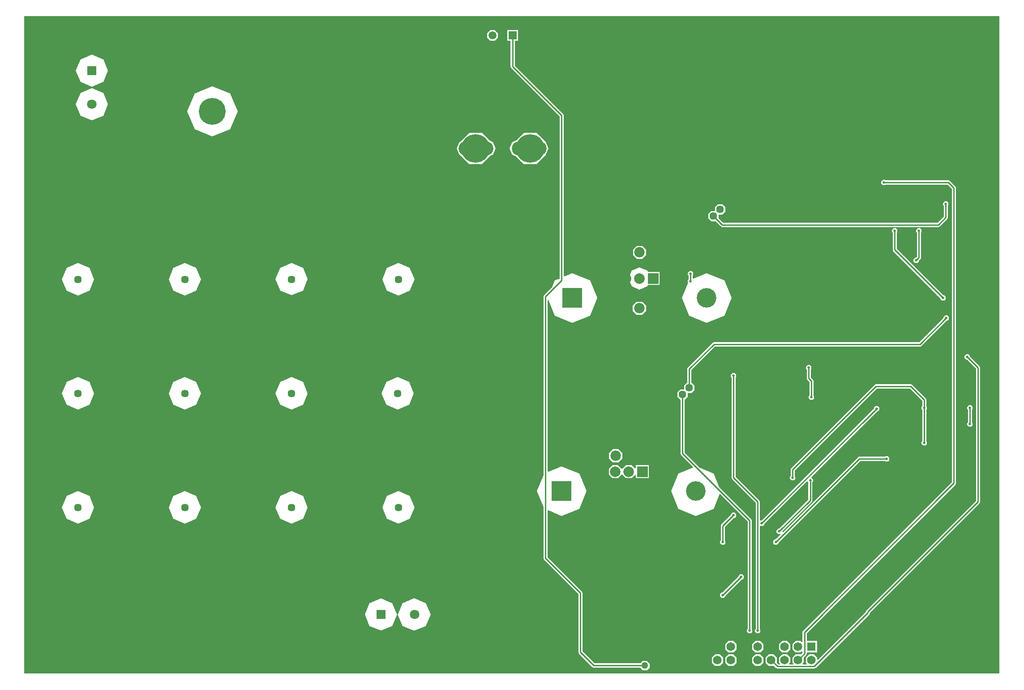
<source format=gbl>
G04*
G04 #@! TF.GenerationSoftware,Altium Limited,Altium Designer,21.5.1 (32)*
G04*
G04 Layer_Physical_Order=2*
G04 Layer_Color=16711680*
%FSLAX43Y43*%
%MOMM*%
G71*
G04*
G04 #@! TF.SameCoordinates,33522A81-C26F-4337-840D-2BD66AE4F990*
G04*
G04*
G04 #@! TF.FilePolarity,Positive*
G04*
G01*
G75*
%ADD15C,0.254*%
%ADD26C,5.400*%
%ADD31R,3.700X3.700*%
%ADD32C,3.700*%
%ADD33R,2.000X2.000*%
%ADD34C,2.000*%
%ADD35C,1.500*%
%ADD36R,1.500X1.500*%
G04:AMPARAMS|DCode=37|XSize=6.6mm|YSize=2.6mm|CornerRadius=1.3mm|HoleSize=0mm|Usage=FLASHONLY|Rotation=180.000|XOffset=0mm|YOffset=0mm|HoleType=Round|Shape=RoundedRectangle|*
%AMROUNDEDRECTD37*
21,1,6.600,0.000,0,0,180.0*
21,1,4.000,2.600,0,0,180.0*
1,1,2.600,-2.000,0.000*
1,1,2.600,2.000,0.000*
1,1,2.600,2.000,0.000*
1,1,2.600,-2.000,0.000*
%
%ADD37ROUNDEDRECTD37*%
%ADD40C,1.450*%
%ADD41R,1.450X1.450*%
%ADD54R,1.800X1.800*%
%ADD55C,1.800*%
%ADD56R,1.800X1.800*%
%ADD57C,1.650*%
%ADD58R,1.650X1.650*%
%ADD59C,4.318*%
%ADD60C,0.508*%
%ADD61C,1.270*%
%ADD62C,1.981*%
%ADD63C,5.080*%
G36*
X209804Y2540D02*
X25400D01*
Y127000D01*
X209804D01*
Y2540D01*
D02*
G37*
%LPC*%
G36*
X114330Y124386D02*
X113498D01*
X112910Y123798D01*
Y122967D01*
X113498Y122378D01*
X114330D01*
X114918Y122967D01*
Y123798D01*
X114330Y124386D01*
D02*
G37*
G36*
X38176Y119726D02*
X36028Y118836D01*
X35138Y116688D01*
X36028Y114539D01*
X38176Y113649D01*
X40325Y114539D01*
X41215Y116688D01*
X40325Y118836D01*
X38176Y119726D01*
D02*
G37*
G36*
Y113391D02*
X36017Y112496D01*
X35123Y110338D01*
X36017Y108179D01*
X38176Y107285D01*
X40335Y108179D01*
X41229Y110338D01*
X40335Y112496D01*
X38176Y113391D01*
D02*
G37*
G36*
X60960Y113725D02*
X57595Y112331D01*
X56201Y108966D01*
X57595Y105601D01*
X60960Y104207D01*
X64325Y105601D01*
X65719Y108966D01*
X64325Y112331D01*
X60960Y113725D01*
D02*
G37*
G36*
X122298Y104937D02*
X119850D01*
X118405Y103491D01*
X117635Y103172D01*
X117142Y101983D01*
X117635Y100793D01*
X118405Y100474D01*
X119850Y99029D01*
X122298D01*
X124028Y100759D01*
Y100828D01*
X124506Y101983D01*
X124028Y103137D01*
Y103206D01*
X122298Y104937D01*
D02*
G37*
G36*
X111948D02*
X109501D01*
X107808Y103244D01*
X107635Y103172D01*
X107142Y101983D01*
X107635Y100793D01*
X107808Y100721D01*
X109501Y99029D01*
X111948D01*
X113500Y100581D01*
X114013Y100793D01*
X114506Y101983D01*
X114013Y103172D01*
X113500Y103384D01*
X111948Y104937D01*
D02*
G37*
G36*
X199854Y91948D02*
X199434D01*
X199136Y91650D01*
Y91230D01*
X199232Y91134D01*
Y89071D01*
X198076Y87915D01*
X157524D01*
X156681Y88758D01*
Y89445D01*
X157378D01*
X157951Y90018D01*
Y90830D01*
X157378Y91403D01*
X156566D01*
X155993Y90830D01*
Y90133D01*
X155296D01*
X154723Y89560D01*
Y88748D01*
X155296Y88175D01*
X156098D01*
X157061Y87211D01*
X157353Y87091D01*
X198247D01*
X198539Y87211D01*
X199936Y88608D01*
X200056Y88900D01*
Y91134D01*
X200152Y91230D01*
Y91650D01*
X199854Y91948D01*
D02*
G37*
G36*
X142248Y83541D02*
X141216D01*
X140487Y82812D01*
Y81780D01*
X141216Y81051D01*
X142248D01*
X142977Y81780D01*
Y82812D01*
X142248Y83541D01*
D02*
G37*
G36*
X194774Y86868D02*
X194354D01*
X194056Y86570D01*
Y86150D01*
X194152Y86054D01*
Y81451D01*
X193981Y81280D01*
X193846D01*
X193548Y80982D01*
Y80562D01*
X193846Y80264D01*
X194266D01*
X194564Y80562D01*
Y80697D01*
X194856Y80988D01*
X194976Y81280D01*
Y86054D01*
X195072Y86150D01*
Y86570D01*
X194774Y86868D01*
D02*
G37*
G36*
X141732Y79465D02*
X140240Y78847D01*
X139622Y77355D01*
X140240Y75864D01*
X141732Y75246D01*
X143224Y75864D01*
X143322Y76102D01*
X145536D01*
Y78609D01*
X143322D01*
X143224Y78847D01*
X141732Y79465D01*
D02*
G37*
G36*
X75919Y80255D02*
X73760Y79361D01*
X72866Y77202D01*
X73760Y75043D01*
X75919Y74149D01*
X78078Y75043D01*
X78972Y77202D01*
X78078Y79361D01*
X75919Y80255D01*
D02*
G37*
G36*
X96123Y80244D02*
X93964Y79349D01*
X93070Y77191D01*
X93964Y75032D01*
X96123Y74138D01*
X98282Y75032D01*
X99176Y77191D01*
X98282Y79349D01*
X96123Y80244D01*
D02*
G37*
G36*
X55737D02*
X53578Y79349D01*
X52684Y77191D01*
X53578Y75032D01*
X55737Y74138D01*
X57896Y75032D01*
X58790Y77191D01*
X57896Y79349D01*
X55737Y80244D01*
D02*
G37*
G36*
X35544D02*
X33385Y79349D01*
X32491Y77191D01*
X33385Y75032D01*
X35544Y74138D01*
X37703Y75032D01*
X38597Y77191D01*
X37703Y79349D01*
X35544Y80244D01*
D02*
G37*
G36*
X190202Y86868D02*
X189782D01*
X189484Y86570D01*
Y86150D01*
X189580Y86054D01*
Y82804D01*
X189700Y82512D01*
X198628Y73585D01*
Y73450D01*
X198926Y73152D01*
X199346D01*
X199644Y73450D01*
Y73870D01*
X199346Y74168D01*
X199211D01*
X190404Y82975D01*
Y86054D01*
X190500Y86150D01*
Y86570D01*
X190202Y86868D01*
D02*
G37*
G36*
X142222Y72954D02*
X141191D01*
X140462Y72225D01*
Y71194D01*
X141191Y70465D01*
X142222D01*
X142951Y71194D01*
Y72225D01*
X142222Y72954D01*
D02*
G37*
G36*
X151594Y78740D02*
X151174D01*
X150876Y78442D01*
Y78022D01*
X150971Y77926D01*
Y77138D01*
X150876Y77043D01*
Y76622D01*
X150930Y76568D01*
X149725Y73660D01*
X151104Y70332D01*
X154432Y68953D01*
X157760Y70332D01*
X159139Y73660D01*
X157760Y76988D01*
X154432Y78367D01*
X151902Y77319D01*
X151796Y77389D01*
Y77926D01*
X151892Y78022D01*
Y78442D01*
X151594Y78740D01*
D02*
G37*
G36*
X118738Y124386D02*
X116730D01*
Y122378D01*
X117322D01*
Y117470D01*
X117442Y117178D01*
X126588Y108033D01*
Y77354D01*
X125704Y76988D01*
X125181Y75726D01*
X123660Y74206D01*
X123540Y73914D01*
Y40093D01*
X122293Y37084D01*
X123540Y34075D01*
Y24384D01*
X123660Y24092D01*
X130144Y17609D01*
Y6604D01*
X130264Y6312D01*
X132804Y3772D01*
X133096Y3652D01*
X141903D01*
X142380Y3175D01*
X143116D01*
X143637Y3696D01*
Y4432D01*
X143116Y4953D01*
X142380D01*
X141903Y4476D01*
X133267D01*
X130968Y6775D01*
Y17780D01*
X130848Y18072D01*
X124364Y24555D01*
Y33355D01*
X124470Y33425D01*
X127000Y32377D01*
X130328Y33756D01*
X131707Y37084D01*
X130328Y40412D01*
X127000Y41791D01*
X124470Y40743D01*
X124364Y40813D01*
Y73240D01*
X124489Y73264D01*
X125704Y70332D01*
X129032Y68953D01*
X132360Y70332D01*
X133739Y73660D01*
X132360Y76988D01*
X129032Y78367D01*
X127518Y77740D01*
X127412Y77810D01*
Y108204D01*
X127292Y108496D01*
X118146Y117641D01*
Y122378D01*
X118738D01*
Y124386D01*
D02*
G37*
G36*
X173946Y60960D02*
X173526D01*
X173228Y60662D01*
Y60242D01*
X173324Y60146D01*
Y58420D01*
X173444Y58128D01*
X173832Y57741D01*
Y55170D01*
X173736Y55074D01*
Y54654D01*
X174034Y54356D01*
X174454D01*
X174752Y54654D01*
Y55074D01*
X174656Y55170D01*
Y57912D01*
X174536Y58204D01*
X174148Y58591D01*
Y60146D01*
X174244Y60242D01*
Y60662D01*
X173946Y60960D01*
D02*
G37*
G36*
X95996Y58654D02*
X93837Y57759D01*
X92943Y55601D01*
X93837Y53442D01*
X95996Y52548D01*
X98155Y53442D01*
X99049Y55601D01*
X98155Y57759D01*
X95996Y58654D01*
D02*
G37*
G36*
X75930D02*
X73771Y57759D01*
X72877Y55601D01*
X73771Y53442D01*
X75930Y52548D01*
X78089Y53442D01*
X78983Y55601D01*
X78089Y57759D01*
X75930Y58654D01*
D02*
G37*
G36*
X55737D02*
X53578Y57759D01*
X52684Y55601D01*
X53578Y53442D01*
X55737Y52548D01*
X57896Y53442D01*
X58790Y55601D01*
X57896Y57759D01*
X55737Y58654D01*
D02*
G37*
G36*
X35544D02*
X33385Y57759D01*
X32491Y55601D01*
X33385Y53442D01*
X35544Y52548D01*
X37703Y53442D01*
X38597Y55601D01*
X37703Y57759D01*
X35544Y58654D01*
D02*
G37*
G36*
X204426Y53340D02*
X204006D01*
X203708Y53042D01*
Y52622D01*
X203804Y52526D01*
Y50090D01*
X203708Y49994D01*
Y49574D01*
X204006Y49276D01*
X204426D01*
X204724Y49574D01*
Y49994D01*
X204628Y50090D01*
Y52526D01*
X204724Y52622D01*
Y53042D01*
X204426Y53340D01*
D02*
G37*
G36*
X193040Y57308D02*
X186436D01*
X186144Y57188D01*
X170396Y41440D01*
X170276Y41148D01*
Y39930D01*
X170180Y39834D01*
Y39414D01*
X170478Y39116D01*
X170898D01*
X171196Y39414D01*
Y39834D01*
X171100Y39930D01*
Y40977D01*
X186607Y56484D01*
X192869D01*
X195168Y54185D01*
Y53138D01*
X195072Y53042D01*
Y52622D01*
X195168Y52526D01*
Y46534D01*
X195072Y46438D01*
Y46018D01*
X195370Y45720D01*
X195790D01*
X196088Y46018D01*
Y46438D01*
X195992Y46534D01*
Y52526D01*
X196088Y52622D01*
Y53042D01*
X195992Y53138D01*
Y54356D01*
X195872Y54648D01*
X193332Y57188D01*
X193040Y57308D01*
D02*
G37*
G36*
X159722Y59436D02*
X159302D01*
X159004Y59138D01*
Y58718D01*
X159100Y58622D01*
Y39624D01*
X159220Y39332D01*
X163672Y34881D01*
Y10974D01*
X163576Y10878D01*
Y10458D01*
X163874Y10160D01*
X164294D01*
X164592Y10458D01*
Y10878D01*
X164496Y10974D01*
Y30453D01*
X164614Y30502D01*
X164636Y30480D01*
X165056D01*
X165354Y30778D01*
Y30913D01*
X173396Y38955D01*
X173489Y38916D01*
X173585Y38821D01*
Y35484D01*
X168073Y29972D01*
X167938D01*
X167640Y29674D01*
Y29254D01*
X167938Y28956D01*
X168281D01*
X168334Y28829D01*
X167445Y27940D01*
X167303D01*
X167005Y27642D01*
Y27222D01*
X167303Y26924D01*
X167723D01*
X168021Y27222D01*
Y27350D01*
X183439Y42768D01*
X188162D01*
X188258Y42672D01*
X188678D01*
X188976Y42970D01*
Y43390D01*
X188678Y43688D01*
X188258D01*
X188162Y43592D01*
X183268D01*
X182976Y43472D01*
X168858Y29353D01*
X168721Y29396D01*
X168712Y29445D01*
X174289Y35021D01*
X174409Y35313D01*
Y38821D01*
X174505Y38917D01*
Y39337D01*
X174207Y39635D01*
X174169Y39728D01*
X186638Y52197D01*
X186773D01*
X187071Y52495D01*
Y52915D01*
X186773Y53213D01*
X186353D01*
X186055Y52915D01*
Y52780D01*
X164771Y31496D01*
X164636D01*
X164614Y31474D01*
X164496Y31523D01*
Y35052D01*
X164376Y35344D01*
X159924Y39795D01*
Y58622D01*
X160020Y58718D01*
Y59138D01*
X159722Y59436D01*
D02*
G37*
G36*
X137709Y45054D02*
X136678D01*
X135949Y44325D01*
Y43294D01*
X136678Y42565D01*
X137709D01*
X138438Y43294D01*
Y44325D01*
X137709Y45054D01*
D02*
G37*
G36*
X143504Y42034D02*
X140996D01*
Y41437D01*
X140869Y41384D01*
X140219Y42034D01*
X139181D01*
X138506Y41359D01*
X138425Y41311D01*
X138344Y41359D01*
X137669Y42034D01*
X136631D01*
X135896Y41299D01*
Y40260D01*
X136631Y39526D01*
X137669D01*
X138344Y40200D01*
X138425Y40248D01*
X138506Y40200D01*
X139181Y39526D01*
X140219D01*
X140869Y40175D01*
X140996Y40122D01*
Y39526D01*
X143504D01*
Y42034D01*
D02*
G37*
G36*
X96123Y37064D02*
X93964Y36169D01*
X93070Y34011D01*
X93964Y31852D01*
X96123Y30958D01*
X98282Y31852D01*
X99176Y34011D01*
X98282Y36169D01*
X96123Y37064D01*
D02*
G37*
G36*
X75930D02*
X73771Y36169D01*
X72877Y34011D01*
X73771Y31852D01*
X75930Y30958D01*
X78089Y31852D01*
X78983Y34011D01*
X78089Y36169D01*
X75930Y37064D01*
D02*
G37*
G36*
X55737D02*
X53578Y36169D01*
X52684Y34011D01*
X53578Y31852D01*
X55737Y30958D01*
X57896Y31852D01*
X58790Y34011D01*
X57896Y36169D01*
X55737Y37064D01*
D02*
G37*
G36*
X35544D02*
X33385Y36169D01*
X32491Y34011D01*
X33385Y31852D01*
X35544Y30958D01*
X37703Y31852D01*
X38597Y34011D01*
X37703Y36169D01*
X35544Y37064D01*
D02*
G37*
G36*
X159722Y33020D02*
X159302D01*
X159004Y32722D01*
Y32587D01*
X157188Y30772D01*
X157068Y30480D01*
Y27738D01*
X156972Y27642D01*
Y27222D01*
X157270Y26924D01*
X157690D01*
X157988Y27222D01*
Y27642D01*
X157892Y27738D01*
Y30309D01*
X159587Y32004D01*
X159722D01*
X160020Y32302D01*
Y32722D01*
X159722Y33020D01*
D02*
G37*
G36*
X161126Y21336D02*
X160706D01*
X160408Y21038D01*
Y20903D01*
X157405Y17900D01*
X157270D01*
X156972Y17602D01*
Y17182D01*
X157270Y16884D01*
X157690D01*
X157988Y17182D01*
Y17317D01*
X160991Y20320D01*
X161126D01*
X161424Y20618D01*
Y21038D01*
X161126Y21336D01*
D02*
G37*
G36*
X99187Y16769D02*
X99123Y16743D01*
X99060Y16769D01*
X96901Y15875D01*
X96052Y13824D01*
X96007Y13717D01*
X95890D01*
X95845Y13824D01*
X94996Y15875D01*
X92837Y16769D01*
X90678Y15875D01*
X89784Y13716D01*
X90678Y11557D01*
X92837Y10663D01*
X94996Y11557D01*
X95845Y13608D01*
X95890Y13715D01*
X96007D01*
X96052Y13608D01*
X96901Y11557D01*
X99060Y10663D01*
X99123Y10689D01*
X99187Y10663D01*
X101346Y11557D01*
X102240Y13716D01*
X101346Y15875D01*
X99187Y16769D01*
D02*
G37*
G36*
X199925Y70342D02*
X199504D01*
X199206Y70044D01*
Y69909D01*
X194574Y65277D01*
X155797D01*
X155505Y65156D01*
X150838Y60490D01*
X150718Y60198D01*
Y57614D01*
X150151Y57048D01*
Y56351D01*
X149454D01*
X148881Y55778D01*
Y54966D01*
X149448Y54400D01*
Y44196D01*
X149568Y43904D01*
X151811Y41661D01*
X151787Y41537D01*
X149072Y40412D01*
X147693Y37084D01*
X149072Y33756D01*
X152400Y32377D01*
X155728Y33756D01*
X156853Y36471D01*
X156977Y36495D01*
X162148Y31325D01*
Y10974D01*
X162052Y10878D01*
Y10458D01*
X162350Y10160D01*
X162770D01*
X163068Y10458D01*
Y10878D01*
X162972Y10974D01*
Y31496D01*
X162852Y31788D01*
X156790Y37849D01*
X155728Y40412D01*
X153165Y41474D01*
X150272Y44367D01*
Y54400D01*
X150839Y54966D01*
Y55663D01*
X151536D01*
X152109Y56236D01*
Y57048D01*
X151542Y57614D01*
Y60027D01*
X155968Y64452D01*
X194745D01*
X195036Y64573D01*
X199789Y69326D01*
X199925D01*
X200222Y69624D01*
Y70044D01*
X199925Y70342D01*
D02*
G37*
G36*
X188170Y96012D02*
X187750D01*
X187452Y95714D01*
Y95294D01*
X187750Y94996D01*
X188170D01*
X188266Y95092D01*
X199981D01*
X200756Y94317D01*
Y38779D01*
X172618Y10642D01*
X172498Y10350D01*
Y8518D01*
X172380Y8470D01*
X172151Y8699D01*
X171257D01*
X170625Y8067D01*
Y7173D01*
X171257Y6541D01*
X172151D01*
X172380Y6770D01*
X172498Y6722D01*
Y6457D01*
X172175Y6135D01*
X172151Y6159D01*
X171257D01*
X170625Y5527D01*
Y4633D01*
X170854Y4404D01*
X170806Y4286D01*
X170062D01*
X170014Y4404D01*
X170243Y4633D01*
Y5527D01*
X169611Y6159D01*
X168717D01*
X168085Y5527D01*
Y4633D01*
X168314Y4404D01*
X168266Y4286D01*
X168001D01*
X167679Y4609D01*
X167703Y4633D01*
Y5527D01*
X167071Y6159D01*
X166177D01*
X165545Y5527D01*
Y4633D01*
X166177Y4001D01*
X167071D01*
X167095Y4025D01*
X167538Y3582D01*
X167830Y3462D01*
X174744D01*
X175035Y3582D01*
X185204Y13751D01*
X185324Y14042D01*
Y14053D01*
X206032Y34760D01*
X206152Y35052D01*
Y60452D01*
X206032Y60744D01*
X204216Y62559D01*
Y62694D01*
X203918Y62992D01*
X203498D01*
X203200Y62694D01*
Y62274D01*
X203498Y61976D01*
X203633D01*
X205328Y60281D01*
Y35223D01*
X184620Y14516D01*
X184500Y14224D01*
Y14213D01*
X175440Y5154D01*
X175323Y5203D01*
Y5527D01*
X174691Y6159D01*
X173797D01*
X173165Y5527D01*
Y4633D01*
X173394Y4404D01*
X173346Y4286D01*
X172602D01*
X172554Y4404D01*
X172783Y4633D01*
Y5527D01*
X172759Y5551D01*
X173202Y5994D01*
X173322Y6286D01*
Y6541D01*
X175323D01*
Y8699D01*
X173322D01*
Y10179D01*
X201460Y38316D01*
X201580Y38608D01*
Y94488D01*
X201460Y94780D01*
X200444Y95796D01*
X200152Y95916D01*
X188266D01*
X188170Y96012D01*
D02*
G37*
G36*
X169611Y8699D02*
X168717D01*
X168085Y8067D01*
Y7173D01*
X168717Y6541D01*
X169611D01*
X170243Y7173D01*
Y8067D01*
X169611Y8699D01*
D02*
G37*
G36*
X164531D02*
X163637D01*
X163005Y8067D01*
Y7173D01*
X163637Y6541D01*
X164531D01*
X165163Y7173D01*
Y8067D01*
X164531Y8699D01*
D02*
G37*
G36*
X159451D02*
X158557D01*
X157925Y8067D01*
Y7173D01*
X158557Y6541D01*
X159451D01*
X160083Y7173D01*
Y8067D01*
X159451Y8699D01*
D02*
G37*
G36*
X164531Y6159D02*
X163637D01*
X163005Y5527D01*
Y4633D01*
X163637Y4001D01*
X164531D01*
X165163Y4633D01*
Y5527D01*
X164531Y6159D01*
D02*
G37*
G36*
X159451D02*
X158557D01*
X157925Y5527D01*
Y4633D01*
X158557Y4001D01*
X159451D01*
X160083Y4633D01*
Y5527D01*
X159451Y6159D01*
D02*
G37*
G36*
X156911D02*
X156017D01*
X155385Y5527D01*
Y4633D01*
X156017Y4001D01*
X156911D01*
X157543Y4633D01*
Y5527D01*
X156911Y6159D01*
D02*
G37*
%LPD*%
D15*
X184912Y14224D02*
X205740Y35052D01*
X167520Y27432D02*
X183268Y43180D01*
X167513Y27432D02*
X167520D01*
X173997Y35313D02*
Y39127D01*
X168148Y29464D02*
X173997Y35313D01*
X194056Y80772D02*
X194564Y81280D01*
Y86360D01*
X204216Y49784D02*
Y52832D01*
X203708Y62484D02*
X205740Y60452D01*
Y35052D02*
Y60452D01*
X172910Y10350D02*
X201168Y38608D01*
X200152Y95504D02*
X201168Y94488D01*
Y38608D02*
Y94488D01*
X187960Y95504D02*
X200152D01*
X184912Y14042D02*
Y14224D01*
X174744Y3874D02*
X184912Y14042D01*
X167830Y3874D02*
X174744D01*
X166624Y5080D02*
X167830Y3874D01*
X189992Y82804D02*
X199136Y73660D01*
X189992Y82804D02*
Y86360D01*
X195580Y46228D02*
Y52832D01*
Y54356D01*
X193040Y56896D02*
X195580Y54356D01*
X186436Y56896D02*
X193040D01*
X170688Y41148D02*
X186436Y56896D01*
X170688Y39624D02*
Y41148D01*
X157480Y30480D02*
X159512Y32512D01*
X157480Y27432D02*
Y30480D01*
X164846Y30988D02*
X186563Y52705D01*
X183268Y43180D02*
X188468D01*
X157480Y17392D02*
X160916Y20828D01*
X133096Y4064D02*
X142748D01*
X130556Y6604D02*
X133096Y4064D01*
X130556Y6604D02*
Y17780D01*
X123952Y24384D02*
X130556Y17780D01*
X123952Y24384D02*
Y73914D01*
X127000Y76962D02*
Y108204D01*
X123952Y73914D02*
X127000Y76962D01*
X117734Y117470D02*
X127000Y108204D01*
X117734Y117470D02*
Y123382D01*
X157353Y87503D02*
X198247D01*
X155702Y89154D02*
X157353Y87503D01*
X198247D02*
X199644Y88900D01*
Y91440D01*
X172910Y6286D02*
Y10350D01*
X171704Y5080D02*
X172910Y6286D01*
X159512Y39624D02*
Y58928D01*
Y39624D02*
X164084Y35052D01*
Y10668D02*
Y35052D01*
X162560Y10668D02*
Y31496D01*
X149860Y44196D02*
X162560Y31496D01*
X149860Y44196D02*
Y55372D01*
X151130Y56642D02*
Y60198D01*
X155797Y64865D01*
X194745D01*
X199714Y69834D01*
X151384Y76832D02*
Y78232D01*
X151384Y78232D01*
X151384Y76832D02*
X151384Y76832D01*
X173736Y58420D02*
Y60452D01*
Y58420D02*
X174244Y57912D01*
Y54864D02*
Y57912D01*
D26*
X121074Y101983D02*
D03*
X110725D02*
D03*
D31*
X129032Y73660D02*
D03*
X127000Y37084D02*
D03*
D32*
X154432Y73660D02*
D03*
X152400Y37084D02*
D03*
D33*
X144282Y77355D02*
D03*
X142250Y40779D02*
D03*
D34*
X141732Y77355D02*
D03*
X139182D02*
D03*
X137150Y40779D02*
D03*
X139700D02*
D03*
D35*
X115824Y123382D02*
D03*
X113914D02*
D03*
D36*
X117734D02*
D03*
D37*
X120824Y101983D02*
D03*
X110824D02*
D03*
D40*
X75930Y34011D02*
D03*
X55737D02*
D03*
X35544D02*
D03*
X149860Y55372D02*
D03*
X151130Y56642D02*
D03*
X152400Y55372D02*
D03*
X155702Y89154D02*
D03*
X156972Y90424D02*
D03*
X158242Y89154D02*
D03*
X55737Y55601D02*
D03*
X95996D02*
D03*
X96123Y77191D02*
D03*
X75930D02*
D03*
X55737D02*
D03*
X35544D02*
D03*
Y55601D02*
D03*
X75930D02*
D03*
X96123Y34011D02*
D03*
D41*
X83430D02*
D03*
X63237D02*
D03*
X43044D02*
D03*
X63237Y55601D02*
D03*
X103496D02*
D03*
X103623Y77191D02*
D03*
X83430D02*
D03*
X63237D02*
D03*
X43044D02*
D03*
Y55601D02*
D03*
X83430D02*
D03*
X103623Y34011D02*
D03*
D54*
X38176Y116688D02*
D03*
X38100Y97790D02*
D03*
D55*
X38176Y110338D02*
D03*
X46482Y13716D02*
D03*
X38100Y91440D02*
D03*
X99187Y13716D02*
D03*
D56*
X40132D02*
D03*
X92837D02*
D03*
D57*
X161544Y5080D02*
D03*
Y7620D02*
D03*
X164084Y5080D02*
D03*
Y7620D02*
D03*
X171704Y5080D02*
D03*
Y7620D02*
D03*
X174244Y5080D02*
D03*
X169164Y7620D02*
D03*
Y5080D02*
D03*
X166624Y7620D02*
D03*
Y5080D02*
D03*
X159004Y7620D02*
D03*
X156464D02*
D03*
X159004Y5080D02*
D03*
X156464D02*
D03*
D58*
X174244Y7620D02*
D03*
D59*
X201168Y7112D02*
D03*
X29464Y123444D02*
D03*
X29972Y6604D02*
D03*
X201168Y123444D02*
D03*
D60*
X167513Y27432D02*
D03*
X168148Y29464D02*
D03*
X173997Y39127D02*
D03*
X194056Y80772D02*
D03*
X204216Y52832D02*
D03*
Y49784D02*
D03*
Y52832D02*
D03*
X203708Y62484D02*
D03*
X199136Y73660D02*
D03*
X189992Y86360D02*
D03*
X195580Y46228D02*
D03*
Y52832D02*
D03*
X170688Y39624D02*
D03*
X159512Y32512D02*
D03*
X157480Y27432D02*
D03*
X186563Y52705D02*
D03*
X188468Y43180D02*
D03*
X160916Y20828D02*
D03*
X157480Y17392D02*
D03*
X164846Y30988D02*
D03*
X199644Y91440D02*
D03*
X187960Y95504D02*
D03*
X194564Y86360D02*
D03*
X162560Y10668D02*
D03*
X164084D02*
D03*
X159512Y58928D02*
D03*
X199714Y69834D02*
D03*
X151384Y76832D02*
D03*
X151384Y78232D02*
D03*
X173736Y60452D02*
D03*
X174244Y54864D02*
D03*
D61*
X142748Y4064D02*
D03*
D62*
X137193Y43810D02*
D03*
X141706Y71710D02*
D03*
X141732Y82296D02*
D03*
D63*
X60960Y108966D02*
D03*
M02*

</source>
